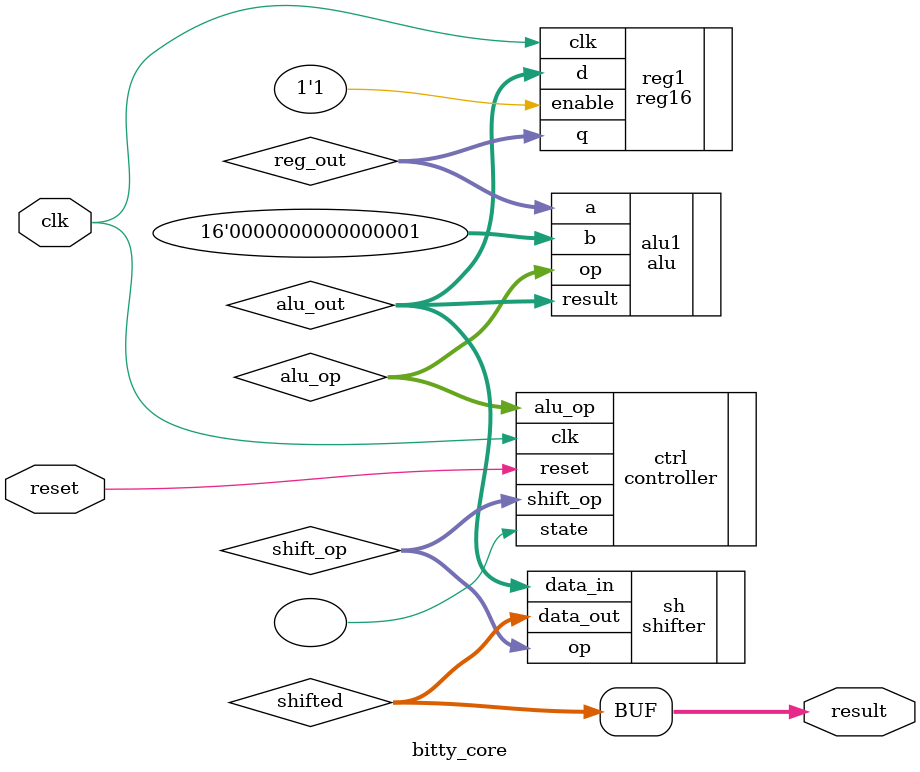
<source format=v>

module bitty_core (
    input wire clk,
    input wire reset,
    output wire [15:0] result
);

    wire [15:0] reg_out;
    wire [15:0] alu_out;
    wire [3:0] alu_op;
    wire [1:0] shift_op;
    wire [15:0] shifted;

    reg16 reg1 (
        .clk(clk),
        .enable(1'b1),
        .d(alu_out),
        .q(reg_out)
    );

    controller ctrl (
        .clk(clk),
        .reset(reset),
        .alu_op(alu_op),
        .shift_op(shift_op),
        .state()
    );

    alu alu1 (
        .op(alu_op),
        .a(reg_out),
        .b(16'h0001),
        .result(alu_out)
    );

    shifter sh (
        .op(shift_op),
        .data_in(alu_out),
        .data_out(shifted)
    );

    assign result = shifted;

endmodule

</source>
